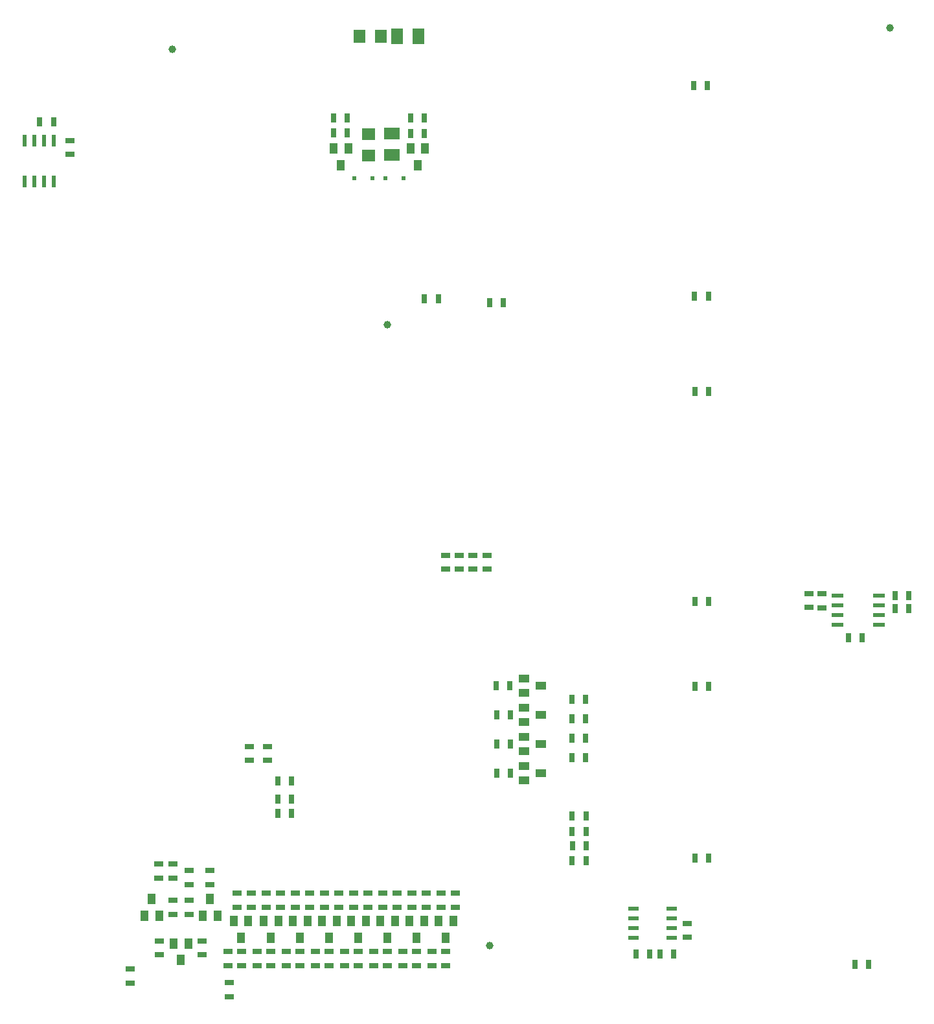
<source format=gbp>
G04*
G04 #@! TF.GenerationSoftware,Altium Limited,Altium Designer,19.0.11 (319)*
G04*
G04 Layer_Color=128*
%FSLAX25Y25*%
%MOIN*%
G70*
G01*
G75*
G04:AMPARAMS|DCode=51|XSize=39.37mil|YSize=39.37mil|CornerRadius=19.68mil|HoleSize=0mil|Usage=FLASHONLY|Rotation=0.000|XOffset=0mil|YOffset=0mil|HoleType=Round|Shape=RoundedRectangle|*
%AMROUNDEDRECTD51*
21,1,0.03937,0.00000,0,0,0.0*
21,1,0.00000,0.03937,0,0,0.0*
1,1,0.03937,0.00000,0.00000*
1,1,0.03937,0.00000,0.00000*
1,1,0.03937,0.00000,0.00000*
1,1,0.03937,0.00000,0.00000*
%
%ADD51ROUNDEDRECTD51*%
%ADD53R,0.05512X0.03937*%
%ADD59R,0.03937X0.05512*%
%ADD71R,0.04724X0.03150*%
%ADD72R,0.03150X0.04724*%
%ADD187R,0.02165X0.05906*%
%ADD188R,0.06299X0.07087*%
%ADD189R,0.06299X0.07874*%
%ADD190R,0.07087X0.06299*%
%ADD191R,0.07874X0.06299*%
%ADD192R,0.05512X0.02047*%
%ADD193R,0.05906X0.02165*%
%ADD194R,0.02362X0.02362*%
D51*
X383081Y53200D02*
D03*
X589066Y525200D02*
D03*
X330316Y372600D02*
D03*
X219631Y514270D02*
D03*
D53*
X409247Y186900D02*
D03*
X400585Y190640D02*
D03*
Y183160D02*
D03*
X409247Y171900D02*
D03*
X400585Y175640D02*
D03*
Y168160D02*
D03*
X409247Y156900D02*
D03*
X400585Y160640D02*
D03*
Y153160D02*
D03*
X409247Y141900D02*
D03*
X400585Y145640D02*
D03*
Y138160D02*
D03*
D59*
X360516Y57169D02*
D03*
X364256Y65831D02*
D03*
X356776D02*
D03*
X239216Y77131D02*
D03*
X235476Y68469D02*
D03*
X242956D02*
D03*
X209216Y77131D02*
D03*
X205476Y68469D02*
D03*
X212956D02*
D03*
X315516Y57169D02*
D03*
X319256Y65831D02*
D03*
X311776D02*
D03*
X220476Y54331D02*
D03*
X227956D02*
D03*
X224216Y45669D02*
D03*
X345516Y57169D02*
D03*
X349256Y65831D02*
D03*
X341776D02*
D03*
X346081Y454369D02*
D03*
X349821Y463031D02*
D03*
X342341D02*
D03*
X330516Y57169D02*
D03*
X334256Y65831D02*
D03*
X326776D02*
D03*
X306516Y454447D02*
D03*
X310256Y463109D02*
D03*
X302776D02*
D03*
X270516Y57169D02*
D03*
X274256Y65831D02*
D03*
X266776D02*
D03*
X285516Y57169D02*
D03*
X289256Y65831D02*
D03*
X281776D02*
D03*
X255081Y57200D02*
D03*
X258821Y65862D02*
D03*
X251341D02*
D03*
X300516Y57169D02*
D03*
X304256Y65831D02*
D03*
X296776D02*
D03*
D71*
X367516Y246857D02*
D03*
Y253943D02*
D03*
X313016Y72957D02*
D03*
Y80043D02*
D03*
X328016Y72957D02*
D03*
Y80043D02*
D03*
X553926Y226957D02*
D03*
Y234043D02*
D03*
X345516Y42957D02*
D03*
Y50043D02*
D03*
X220116Y76343D02*
D03*
Y69257D02*
D03*
X305516Y72957D02*
D03*
Y80043D02*
D03*
X249216Y26957D02*
D03*
Y34043D02*
D03*
X315516Y42957D02*
D03*
Y50043D02*
D03*
X167081Y460244D02*
D03*
Y467330D02*
D03*
X358016Y72957D02*
D03*
Y80043D02*
D03*
X350516Y72957D02*
D03*
Y80043D02*
D03*
X365516Y72957D02*
D03*
Y80043D02*
D03*
X547226Y234243D02*
D03*
Y227157D02*
D03*
X360516Y42957D02*
D03*
Y50043D02*
D03*
X235216Y48357D02*
D03*
Y55443D02*
D03*
X228316Y76343D02*
D03*
Y69257D02*
D03*
X198116Y41043D02*
D03*
Y33957D02*
D03*
X343016Y72957D02*
D03*
Y80043D02*
D03*
X360316Y253843D02*
D03*
Y246757D02*
D03*
X484726Y64443D02*
D03*
Y57357D02*
D03*
X323516Y50043D02*
D03*
Y42957D02*
D03*
X308516Y50043D02*
D03*
Y42957D02*
D03*
X283016Y72957D02*
D03*
Y80043D02*
D03*
X300516Y42957D02*
D03*
Y50043D02*
D03*
X278516D02*
D03*
Y42957D02*
D03*
X259516Y148357D02*
D03*
Y155443D02*
D03*
X335516Y72957D02*
D03*
Y80043D02*
D03*
X293516Y50043D02*
D03*
Y42957D02*
D03*
X228316Y91743D02*
D03*
Y84657D02*
D03*
X263516Y50043D02*
D03*
Y42957D02*
D03*
X268016Y72957D02*
D03*
Y80043D02*
D03*
X298016Y72957D02*
D03*
Y80043D02*
D03*
X320516Y72957D02*
D03*
Y80043D02*
D03*
X338516Y50043D02*
D03*
Y42957D02*
D03*
X330516D02*
D03*
Y50043D02*
D03*
X268716Y148357D02*
D03*
Y155443D02*
D03*
X275516Y72957D02*
D03*
Y80043D02*
D03*
X270516Y42957D02*
D03*
Y50043D02*
D03*
X219916Y95043D02*
D03*
Y87957D02*
D03*
X212716D02*
D03*
Y95043D02*
D03*
X239216Y84657D02*
D03*
Y91743D02*
D03*
X374516Y246857D02*
D03*
Y253943D02*
D03*
X290516Y72957D02*
D03*
Y80043D02*
D03*
X381616Y246857D02*
D03*
Y253943D02*
D03*
X285516Y42957D02*
D03*
Y50043D02*
D03*
X353516D02*
D03*
Y42957D02*
D03*
X260516Y72957D02*
D03*
Y80043D02*
D03*
X248516Y50043D02*
D03*
Y42957D02*
D03*
X255516D02*
D03*
Y50043D02*
D03*
X253016Y72957D02*
D03*
Y80043D02*
D03*
X213216Y55443D02*
D03*
Y48357D02*
D03*
D72*
X578159Y43500D02*
D03*
X571073D02*
D03*
X591673Y233110D02*
D03*
X598759D02*
D03*
X495659Y98300D02*
D03*
X488573D02*
D03*
X591573Y226410D02*
D03*
X598659D02*
D03*
X151495Y476700D02*
D03*
X158581D02*
D03*
X495559Y387100D02*
D03*
X488473D02*
D03*
X349427Y470700D02*
D03*
X342341D02*
D03*
X495659Y230300D02*
D03*
X488573D02*
D03*
X356624Y385700D02*
D03*
X349538D02*
D03*
X495659Y338100D02*
D03*
X488573D02*
D03*
X458283Y49000D02*
D03*
X465369D02*
D03*
X495659Y186400D02*
D03*
X488573D02*
D03*
X574669Y211500D02*
D03*
X567583D02*
D03*
X425583Y104600D02*
D03*
X432669D02*
D03*
X470683Y49000D02*
D03*
X477769D02*
D03*
X302776Y478778D02*
D03*
X309862D02*
D03*
X495159Y495600D02*
D03*
X488073D02*
D03*
X390112Y383700D02*
D03*
X383027D02*
D03*
X425483Y96700D02*
D03*
X432569D02*
D03*
X425483Y112000D02*
D03*
X432569D02*
D03*
X393759Y171900D02*
D03*
X386673D02*
D03*
X425373Y169900D02*
D03*
X432459D02*
D03*
X281059Y138000D02*
D03*
X273973D02*
D03*
X425373Y179900D02*
D03*
X432459D02*
D03*
X342341Y478700D02*
D03*
X349427D02*
D03*
X432459Y159900D02*
D03*
X425373D02*
D03*
X393459Y186900D02*
D03*
X386373D02*
D03*
X309862Y471278D02*
D03*
X302776D02*
D03*
X281059Y121100D02*
D03*
X273973D02*
D03*
X432569Y119700D02*
D03*
X425483D02*
D03*
X273973Y128600D02*
D03*
X281059D02*
D03*
X393759Y141900D02*
D03*
X386673D02*
D03*
X393759Y156900D02*
D03*
X386673D02*
D03*
X432459Y149900D02*
D03*
X425373D02*
D03*
D187*
X158581Y446070D02*
D03*
X153581D02*
D03*
X148581D02*
D03*
X143581D02*
D03*
Y467330D02*
D03*
X148581D02*
D03*
X153581D02*
D03*
X158581D02*
D03*
D188*
X326989Y520850D02*
D03*
X315965D02*
D03*
D189*
X346289D02*
D03*
X335265D02*
D03*
D190*
X320816Y459388D02*
D03*
Y470412D02*
D03*
D191*
X332816Y459688D02*
D03*
Y470712D02*
D03*
D192*
X457183Y57300D02*
D03*
Y62300D02*
D03*
Y67300D02*
D03*
Y72300D02*
D03*
X476869D02*
D03*
Y67300D02*
D03*
Y62300D02*
D03*
Y57300D02*
D03*
D193*
X583256Y233100D02*
D03*
Y228100D02*
D03*
Y223100D02*
D03*
Y218100D02*
D03*
X561996D02*
D03*
Y223100D02*
D03*
Y228100D02*
D03*
Y233100D02*
D03*
D194*
X322805Y447700D02*
D03*
X313357D02*
D03*
X329357D02*
D03*
X338805D02*
D03*
M02*

</source>
